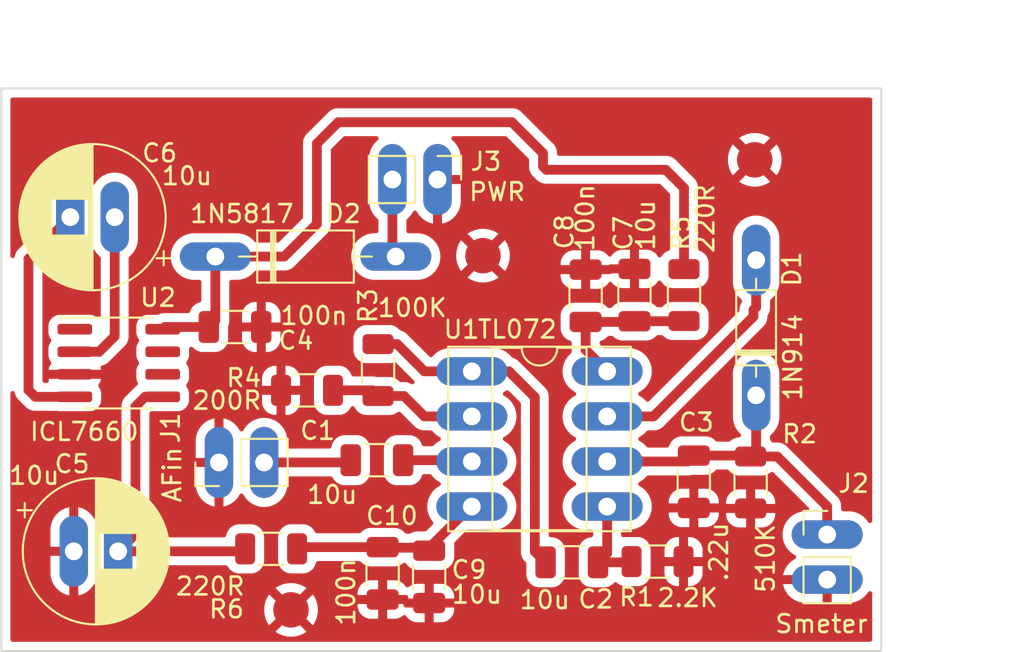
<source format=kicad_pcb>
(kicad_pcb (version 20211014) (generator pcbnew)
  (layers (0 "F.Cu" signal) (31 "B.Cu" signal) (34 "B.Paste" user) (35 "F.Paste" user) (36 "B.SilkS" user "B.Silkscreen") (37 "F.SilkS" user "F.Silkscreen") (38 "B.Mask" user) (39 "F.Mask" user) (44 "Edge.Cuts" user))
  (net 0 "")
  (net 1 "Net-(C1-Pad1)")
  (net 2 "Net-(C2-Pad1)")
  (net 3 "Net-(C2-Pad2)")
  (net 4 "Net-(C3-Pad1)")
  (net 5 "GND")
  (net 6 "Net-(C1-Pad2)")
  (net 7 "SM_12V")
  (net 8 "12V")
  (net 9 "-12V")
  (net 10 "Net-(R3-Pad1)")
  (net 11 "Net-(C6-Pad1)")
  (net 12 "Net-(C6-Pad2)")
  (net 13 "SM_N12V")
  (net 14 "Net-(D1-Pad2)")
  (net 15 "Net-(D2-Pad2)")
  (footprint "" (layer "F.Cu") (at 92.84 101.82)
    (fp_text reference "" hide)
    (fp_text value "" hide)
    (pad "1" smd circle (at 0 0 270) (size 2 2) (layers "F.Cu" "F.Paste" "F.Mask") (net 5 "GND"))
  )
  (footprint "Resistor_SMD:R_1206_3216Metric" (layer "F.Cu") (at 104.16 104.04 -90)
    (fp_text reference "R5" (at -3.49 0.17 -90) (layer "F.SilkS"))
    (fp_text value "220R" (at -4.31 -1.19 -90) (layer "F.SilkS"))
    (fp_line (start -0.727064 -0.91) (end 0.727064 -0.91) (layer "F.SilkS") (width 0.12))
    (fp_line (start -0.727064 0.91) (end 0.727064 0.91) (layer "F.SilkS") (width 0.12))
    (pad "1" smd roundrect (at -1.4625 0 270) (size 1.125 1.75) (layers "F.Cu" "F.Paste" "F.Mask") (roundrect_rratio 0.2222222222) (net 8 "12V"))
    (pad "2" smd roundrect (at 1.4625 0 270) (size 1.125 1.75) (layers "F.Cu" "F.Paste" "F.Mask") (roundrect_rratio 0.2222222222) (net 7 "SM_12V"))
  )
  (footprint "Diode_THT:D_DO-35_SOD27_P7.62mm_Horizontal" (layer "F.Cu") (at 108.22 109.69 90)
    (fp_text reference "D1" (at 7.12 2.01 90) (layer "F.SilkS"))
    (fp_text value "1N914" (at 2.14 2.07 90) (layer "F.SilkS"))
    (fp_line (start 6.58 0) (end 5.93 0) (layer "F.SilkS") (width 0.12))
    (fp_line (start 5.93 1.12) (end 5.93 -1.12) (layer "F.SilkS") (width 0.12))
    (fp_line (start 1.69 -1.12) (end 1.69 1.12) (layer "F.SilkS") (width 0.12))
    (fp_line (start 5.93 -1.12) (end 1.69 -1.12) (layer "F.SilkS") (width 0.12))
    (fp_line (start 1.04 0) (end 1.69 0) (layer "F.SilkS") (width 0.12))
    (fp_line (start 2.53 -1.12) (end 2.53 1.12) (layer "F.SilkS") (width 0.12))
    (fp_line (start 1.69 1.12) (end 5.93 1.12) (layer "F.SilkS") (width 0.12))
    (fp_line (start 2.41 -1.12) (end 2.41 1.12) (layer "F.SilkS") (width 0.12))
    (fp_line (start 2.29 -1.12) (end 2.29 1.12) (layer "F.SilkS") (width 0.12))
    (pad "1" thru_hole oval (at 0 0 90) (size 4 1.6) (drill 1) (layers *.Cu *.Mask) (net 4 "Net-(C3-Pad1)"))
    (pad "2" thru_hole oval (at 7.62 0 90) (size 4 1.6) (drill 1) (layers *.Cu *.Mask) (net 14 "Net-(D1-Pad2)"))
  )
  (footprint "Resistor_SMD:R_1206_3216Metric" (layer "F.Cu") (at 82.931 109.4085 180)
    (fp_text reference "R4" (at 3.556 0.6965) (layer "F.SilkS"))
    (fp_text value "200R" (at 4.5085 -0.5735) (layer "F.SilkS"))
    (fp_line (start -0.727064 0.91) (end 0.727064 0.91) (layer "F.SilkS") (width 0.12))
    (fp_line (start -0.727064 -0.91) (end 0.727064 -0.91) (layer "F.SilkS") (width 0.12))
    (pad "1" smd roundrect (at -1.4625 0 180) (size 1.125 1.75) (layers "F.Cu" "F.Paste" "F.Mask") (roundrect_rratio 0.2222222222) (net 10 "Net-(R3-Pad1)"))
    (pad "2" smd roundrect (at 1.4625 0 180) (size 1.125 1.75) (layers "F.Cu" "F.Paste" "F.Mask") (roundrect_rratio 0.2222222222) (net 5 "GND"))
  )
  (footprint "Connector_PinHeader_2.54mm:PinHeader_1x02_P2.54mm_Vertical" (layer "F.Cu") (at 112.22 117.535)
    (fp_text reference "J2" (at 1.49 -2.875) (layer "F.SilkS"))
    (fp_text value "Smeter" (at -0.32 5.035 180) (layer "F.SilkS"))
    (fp_line (start -1.33 1.27) (end -1.33 3.87) (layer "F.SilkS") (width 0.12))
    (fp_line (start 1.33 1.27) (end 1.33 3.87) (layer "F.SilkS") (width 0.12))
    (fp_line (start -1.33 -1.33) (end 0 -1.33) (layer "F.SilkS") (width 0.12))
    (fp_line (start -1.33 0) (end -1.33 -1.33) (layer "F.SilkS") (width 0.12))
    (fp_line (start -1.33 3.87) (end 1.33 3.87) (layer "F.SilkS") (width 0.12))
    (fp_line (start -1.33 1.27) (end 1.33 1.27) (layer "F.SilkS") (width 0.12))
    (pad "1" thru_hole oval (at 0 0) (size 4 1.6) (drill 1) (layers *.Cu *.Mask) (net 4 "Net-(C3-Pad1)"))
    (pad "2" thru_hole oval (at 0 2.54) (size 4 1.6) (drill 1) (layers *.Cu *.Mask) (net 5 "GND"))
  )
  (footprint "Resistor_SMD:R_1206_3216Metric" (layer "F.Cu") (at 102.67 119.06 180)
    (fp_text reference "R1" (at 1.18 -2 180) (layer "F.SilkS"))
    (fp_text value "2.2K" (at -1.69 -2.04 180) (layer "F.SilkS"))
    (fp_line (start -0.727064 0.91) (end 0.727064 0.91) (layer "F.SilkS") (width 0.12))
    (fp_line (start -0.727064 -0.91) (end 0.727064 -0.91) (layer "F.SilkS") (width 0.12))
    (pad "1" smd roundrect (at -1.4625 0 180) (size 1.125 1.75) (layers "F.Cu" "F.Paste" "F.Mask") (roundrect_rratio 0.2222222222) (net 5 "GND"))
    (pad "2" smd roundrect (at 1.4625 0 180) (size 1.125 1.75) (layers "F.Cu" "F.Paste" "F.Mask") (roundrect_rratio 0.2222222222) (net 3 "Net-(C2-Pad2)"))
  )
  (footprint "Capacitor_SMD:C_1206_3216Metric" (layer "F.Cu") (at 87.19 119.72 -90)
    (fp_text reference "C10" (at -3.24 -0.52) (layer "F.SilkS"))
    (fp_text value "100n" (at 1.06 2.06 -90) (layer "F.SilkS"))
    (fp_line (start -0.711252 -0.91) (end 0.711252 -0.91) (layer "F.SilkS") (width 0.12))
    (fp_line (start -0.711252 0.91) (end 0.711252 0.91) (layer "F.SilkS") (width 0.12))
    (pad "1" smd roundrect (at -1.475 0 270) (size 1.15 1.8) (layers "F.Cu" "F.Paste" "F.Mask") (roundrect_rratio 0.2173913043) (net 13 "SM_N12V"))
    (pad "2" smd roundrect (at 1.475 0 270) (size 1.15 1.8) (layers "F.Cu" "F.Paste" "F.Mask") (roundrect_rratio 0.2173913043) (net 5 "GND"))
  )
  (footprint "Capacitor_SMD:C_1206_3216Metric" (layer "F.Cu") (at 104.71 114.56 -90)
    (fp_text reference "C3" (at -3.35 -0.14 180) (layer "F.SilkS"))
    (fp_text value ".22u" (at 3.95 -1.41 90) (layer "F.SilkS"))
    (fp_line (start -0.711252 -0.91) (end 0.711252 -0.91) (layer "F.SilkS") (width 0.12))
    (fp_line (start -0.711252 0.91) (end 0.711252 0.91) (layer "F.SilkS") (width 0.12))
    (pad "1" smd roundrect (at -1.475 0 270) (size 1.15 1.8) (layers "F.Cu" "F.Paste" "F.Mask") (roundrect_rratio 0.2173913043) (net 4 "Net-(C3-Pad1)"))
    (pad "2" smd roundrect (at 1.475 0 270) (size 1.15 1.8) (layers "F.Cu" "F.Paste" "F.Mask") (roundrect_rratio 0.2173913043) (net 5 "GND"))
  )
  (footprint "Capacitor_SMD:C_1206_3216Metric" (layer "F.Cu") (at 101.37 104.04 90)
    (fp_text reference "C7" (at 3.4925 -0.635 90) (layer "F.SilkS"))
    (fp_text value "10u" (at 3.937 0.635 90) (layer "F.SilkS"))
    (fp_line (start -0.711252 -0.91) (end 0.711252 -0.91) (layer "F.SilkS") (width 0.12))
    (fp_line (start -0.711252 0.91) (end 0.711252 0.91) (layer "F.SilkS") (width 0.12))
    (pad "1" smd roundrect (at -1.475 0 90) (size 1.15 1.8) (layers "F.Cu" "F.Paste" "F.Mask") (roundrect_rratio 0.2173913043) (net 7 "SM_12V"))
    (pad "2" smd roundrect (at 1.475 0 90) (size 1.15 1.8) (layers "F.Cu" "F.Paste" "F.Mask") (roundrect_rratio 0.2173913043) (net 5 "GND"))
  )
  (footprint "Capacitor_SMD:C_1206_3216Metric" (layer "F.Cu") (at 98.62 104.08 90)
    (fp_text reference "C8" (at 3.5995 -1.2015 90) (layer "F.SilkS"))
    (fp_text value "100n" (at 4.3995 -0.0315 90) (layer "F.SilkS"))
    (fp_line (start -0.711252 0.91) (end 0.711252 0.91) (layer "F.SilkS") (width 0.12))
    (fp_line (start -0.711252 -0.91) (end 0.711252 -0.91) (layer "F.SilkS") (width 0.12))
    (pad "1" smd roundrect (at -1.475 0 90) (size 1.15 1.8) (layers "F.Cu" "F.Paste" "F.Mask") (roundrect_rratio 0.2173913043) (net 7 "SM_12V"))
    (pad "2" smd roundrect (at 1.475 0 90) (size 1.15 1.8) (layers "F.Cu" "F.Paste" "F.Mask") (roundrect_rratio 0.2173913043) (net 5 "GND"))
  )
  (footprint "Connector_PinHeader_2.54mm:PinHeader_1x02_P2.54mm_Vertical" (layer "F.Cu") (at 77.973 113.4725 90)
    (fp_text reference "J1" (at 1.9425 -2.723 270) (layer "F.SilkS"))
    (fp_text value "AFin" (at -0.6875 -2.633 270) (layer "F.SilkS"))
    (fp_line (start -1.33 0) (end -1.33 -1.33) (layer "F.SilkS") (width 0.12))
    (fp_line (start 1.33 1.27) (end 1.33 3.87) (layer "F.SilkS") (width 0.12))
    (fp_line (start -1.33 1.27) (end -1.33 3.87) (layer "F.SilkS") (width 0.12))
    (fp_line (start -1.33 -1.33) (end 0 -1.33) (layer "F.SilkS") (width 0.12))
    (fp_line (start -1.33 3.87) (end 1.33 3.87) (layer "F.SilkS") (width 0.12))
    (fp_line (start -1.33 1.27) (end 1.33 1.27) (layer "F.SilkS") (width 0.12))
    (pad "1" thru_hole oval (at 0 0 90) (size 4 1.6) (drill 1) (layers *.Cu *.Mask) (net 5 "GND"))
    (pad "2" thru_hole oval (at 0 2.54 90) (size 4 1.6) (drill 1) (layers *.Cu *.Mask) (net 1 "Net-(C1-Pad1)"))
  )
  (footprint "Package_DIP:DIP-8_W7.62mm_Socket" (layer "F.Cu") (at 92.212 108.339)
    (fp_text reference "U1" (at -0.5815 -2.3575) (layer "F.SilkS"))
    (fp_text value "TL072" (at 2.558 -2.369) (layer "F.SilkS"))
    (fp_line (start 1.16 8.95) (end 6.46 8.95) (layer "F.SilkS") (width 0.12))
    (fp_line (start -1.33 9.01) (end 8.95 9.01) (layer "F.SilkS") (width 0.12))
    (fp_line (start 2.81 -1.33) (end 1.16 -1.33) (layer "F.SilkS") (width 0.12))
    (fp_line (start 8.95 9.01) (end 8.95 -1.39) (layer "F.SilkS") (width 0.12))
    (fp_line (start 8.95 -1.39) (end -1.33 -1.39) (layer "F.SilkS") (width 0.12))
    (fp_line (start 6.46 8.95) (end 6.46 -1.33) (layer "F.SilkS") (width 0.12))
    (fp_line (start 6.46 -1.33) (end 4.81 -1.33) (layer "F.SilkS") (width 0.12))
    (fp_line (start 1.16 -1.33) (end 1.16 8.95) (layer "F.SilkS") (width 0.12))
    (fp_line (start -1.33 -1.39) (end -1.33 9.01) (layer "F.SilkS") (width 0.12))
    (fp_arc (start 4.81 -1.33) (mid 3.81 -0.33) (end 2.81 -1.33) (layer "F.SilkS") (width 0.12))
    (pad "1" thru_hole oval (at 0 0) (size 4 1.6) (drill 1) (layers *.Cu *.Mask) (net 2 "Net-(C2-Pad1)"))
    (pad "2" thru_hole oval (at 0 2.54) (size 4 1.6) (drill 1) (layers *.Cu *.Mask) (net 10 "Net-(R3-Pad1)"))
    (pad "3" thru_hole oval (at 0 5.08) (size 4 1.6) (drill 1) (layers *.Cu *.Mask) (net 6 "Net-(C1-Pad2)"))
    (pad "4" thru_hole oval (at 0 7.62) (size 4 1.6) (drill 1) (layers *.Cu *.Mask) (net 13 "SM_N12V"))
    (pad "5" thru_hole oval (at 7.62 7.62) (size 4 1.6) (drill 1) (layers *.Cu *.Mask) (net 3 "Net-(C2-Pad2)"))
    (pad "6" thru_hole oval (at 7.62 5.08) (size 4 1.6) (drill 1) (layers *.Cu *.Mask) (net 4 "Net-(C3-Pad1)"))
    (pad "7" thru_hole oval (at 7.62 2.54) (size 4 1.6) (drill 1) (layers *.Cu *.Mask) (net 14 "Net-(D1-Pad2)"))
    (pad "8" thru_hole oval (at 7.62 0) (size 4 1.6) (drill 1) (layers *.Cu *.Mask) (net 7 "SM_12V"))
  )
  (footprint "" (layer "F.Cu") (at 82.03 121.78)
    (fp_text reference "" hide)
    (fp_text value "" hide)
    (pad "1" smd circle (at 0 0 270) (size 2 2) (layers "F.Cu" "F.Paste" "F.Mask") (net 5 "GND"))
  )
  (footprint "Package_SO:SOIC-8_3.9x4.9mm_P1.27mm" (layer "F.Cu") (at 72.33 107.87)
    (fp_text reference "U2" (at 2.21 -3.69 180) (layer "F.SilkS"))
    (fp_text value "ICL7660" (at -1.94 3.87 180) (layer "F.SilkS"))
    (fp_line (start 0 2.56) (end -1.95 2.56) (layer "F.SilkS") (width 0.12))
    (fp_line (start 0 2.56) (end 1.95 2.56) (layer "F.SilkS") (width 0.12))
    (fp_line (start 0 -2.56) (end -3.45 -2.56) (layer "F.SilkS") (width 0.12))
    (fp_line (start 0 -2.56) (end 1.95 -2.56) (layer "F.SilkS") (width 0.12))
    (pad "1" smd roundrect (at -2.475 -1.905) (size 1.95 0.6) (layers "F.Cu" "F.Paste" "F.Mask"))
    (pad "2" smd roundrect (at -2.475 -0.635) (size 1.95 0.6) (layers "F.Cu" "F.Paste" "F.Mask") (net 11 "Net-(C6-Pad1)"))
    (pad "3" smd roundrect (at -2.475 0.635) (size 1.95 0.6) (layers "F.Cu" "F.Paste" "F.Mask") (net 5 "GND"))
    (pad "4" smd roundrect (at -2.475 1.905) (size 1.95 0.6) (layers "F.Cu" "F.Paste" "F.Mask") (net 12 "Net-(C6-Pad2)"))
    (pad "5" smd roundrect (at 2.475 1.905) (size 1.95 0.6) (layers "F.Cu" "F.Paste" "F.Mask") (net 9 "-12V"))
    (pad "6" smd roundrect (at 2.475 0.635) (size 1.95 0.6) (layers "F.Cu" "F.Paste" "F.Mask"))
    (pad "7" smd roundrect (at 2.475 -0.635) (size 1.95 0.6) (layers "F.Cu" "F.Paste" "F.Mask"))
    (pad "8" smd roundrect (at 2.475 -1.905) (size 1.95 0.6) (layers "F.Cu" "F.Paste" "F.Mask") (net 8 "12V"))
  )
  (footprint "Diode_THT:D_DO-41_SOD81_P10.16mm_Horizontal" (layer "F.Cu") (at 77.77 101.87)
    (fp_text reference "D2" (at 7.21 -2.41) (layer "F.SilkS"))
    (fp_text value "1N5817" (at 1.5 -2.41) (layer "F.SilkS"))
    (fp_line (start 7.8 -1.47) (end 2.36 -1.47) (layer "F.SilkS") (width 0.12))
    (fp_line (start 1.34 0) (end 2.36 0) (layer "F.SilkS") (width 0.12))
    (fp_line (start 8.82 0) (end 7.8 0) (layer "F.SilkS") (width 0.12))
    (fp_line (start 3.14 -1.47) (end 3.14 1.47) (layer "F.SilkS") (width 0.12))
    (fp_line (start 2.36 1.47) (end 7.8 1.47) (layer "F.SilkS") (width 0.12))
    (fp_line (start 3.26 -1.47) (end 3.26 1.47) (layer "F.SilkS") (width 0.12))
    (fp_line (start 2.36 -1.47) (end 2.36 1.47) (layer "F.SilkS") (width 0.12))
    (fp_line (start 3.38 -1.47) (end 3.38 1.47) (layer "F.SilkS") (width 0.12))
    (fp_line (start 7.8 1.47) (end 7.8 -1.47) (layer "F.SilkS") (width 0.12))
    (pad "1" thru_hole oval (at 0 0) (size 4 1.6) (drill 1) (layers *.Cu *.Mask) (net 8 "12V"))
    (pad "2" thru_hole oval (at 10.16 0) (size 4 1.6) (drill 1) (layers *.Cu *.Mask) (net 15 "Net-(D2-Pad2)"))
  )
  (footprint "Capacitor_THT:CP_Radial_D8.0mm_P2.50mm" (layer "F.Cu") (at 69.797349 118.48)
    (fp_text reference "C5" (at -0.097349 -4.92 180) (layer "F.SilkS"))
    (fp_text value "10u" (at -2.227349 -4.27 180) (layer "F.SilkS"))
    (fp_line (start 2.451 -3.902) (end 2.451 -1.04) (layer "F.SilkS") (width 0.12))
    (fp_line (start 2.571 1.04) (end 2.571 3.863) (layer "F.SilkS") (width 0.12))
    (fp_line (start 3.171 -3.606) (end 3.171 -1.04) (layer "F.SilkS") (width 0.12))
    (fp_line (start 3.051 1.04) (end 3.051 3.666) (layer "F.SilkS") (width 0.12))
    (fp_line (start 3.011 1.04) (end 3.011 3.686) (layer "F.SilkS") (width 0.12))
    (fp_line (start 3.171 1.04) (end 3.171 3.606) (layer "F.SilkS") (width 0.12))
    (fp_line (start 1.53 1.04) (end 1.53 4.071) (layer "F.SilkS") (width 0.12))
    (fp_line (start 2.971 -3.704) (end 2.971 -1.04) (layer "F.SilkS") (width 0.12))
    (fp_line (start 2.331 1.04) (end 2.331 3.936) (layer "F.SilkS") (width 0.12))
    (fp_line (start 1.89 -4.03) (end 1.89 -1.04) (layer "F.SilkS") (width 0.12))
    (fp_line (start 1.45 -4.076) (end 1.45 4.076) (layer "F.SilkS") (width 0.12))
    (fp_line (start 3.371 -3.493) (end 3.371 -1.04) (layer "F.SilkS") (width 0.12))
    (fp_line (start 3.251 1.04) (end 3.251 3.562) (layer "F.SilkS") (width 0.12))
    (fp_line (start 3.411 -3.469) (end 3.411 -1.04) (layer "F.SilkS") (width 0.12))
    (fp_line (start 2.091 -3.994) (end 2.091 -1.04) (layer "F.SilkS") (width 0.12))
    (fp_line (start 3.331 1.04) (end 3.331 3.517) (layer "F.SilkS") (width 0.12))
    (fp_line (start 4.331 -2.697) (end 4.331 2.697) (layer "F.SilkS") (width 0.12))
    (fp_line (start 2.811 1.04) (end 2.811 3.774) (layer "F.SilkS") (width 0.12))
    (fp_line (start 2.411 -3.914) (end 2.411 -1.04) (layer "F.SilkS") (width 0.12))
    (fp_line (start 2.171 1.04) (end 2.171 3.976) (layer "F.SilkS") (width 0.12))
    (fp_line (start 2.091 1.04) (end 2.091 3.994) (layer "F.SilkS") (width 0.12))
    (fp_line (start 3.531 -3.392) (end 3.531 -1.04) (layer "F.SilkS") (width 0.12))
    (fp_line (start 2.491 -3.889) (end 2.491 -1.04) (layer "F.SilkS") (width 0.12))
    (fp_line (start 2.211 1.04) (end 2.211 3.967) (layer "F.SilkS") (width 0.12))
    (fp_line (start 4.611 -2.345) (end 4.611 2.345) (layer "F.SilkS") (width 0.12))
    (fp_line (start 3.451 1.04) (end 3.451 3.444) (layer "F.SilkS") (width 0.12))
    (fp_line (start 1.37 -4.079) (end 1.37 4.079) (layer "F.SilkS") (width 0.12))
    (fp_line (start 2.211 -3.967) (end 2.211 -1.04) (layer "F.SilkS") (width 0.12))
    (fp_line (start 1.93 -4.024) (end 1.93 -1.04) (layer "F.SilkS") (width 0.12))
    (fp_line (start 2.611 1.04) (end 2.611 3.85) (layer "F.SilkS") (width 0.12))
    (fp_line (start 3.331 -3.517) (end 3.331 -1.04) (layer "F.SilkS") (width 0.12))
    (fp_line (start 5.211 -1.098) (end 5.211 1.098) (layer "F.SilkS") (width 0.12))
    (fp_line (start 5.331 -0.533) (end 5.331 0.533) (layer "F.SilkS") (width 0.12))
    (fp_line (start 4.771 -2.102) (end 4.771 2.102) (layer "F.SilkS") (width 0.12))
    (fp_line (start 2.131 -3.985) (end 2.131 -1.04) (layer "F.SilkS") (width 0.12))
    (fp_line (start 2.851 1.04) (end 2.851 3.757) (layer "F.SilkS") (width 0.12))
    (fp_line (start 2.731 1.04) (end 2.731 3.805) (layer "F.SilkS") (width 0.12))
    (fp_line (start 5.171 -1.229) (end 5.171 1.229) (layer "F.SilkS") (width 0.12))
    (fp_line (start 1.65 -4.061) (end 1.65 -1.04) (layer "F.SilkS") (width 0.12))
    (fp_line (start 4.251 -2.784) (end 4.251 2.784) (layer "F.SilkS") (width 0.12))
    (fp_line (start 2.691 1.04) (end 2.691 3.821) (layer "F.SilkS") (width 0.12))
    (fp_line (start 3.531 1.04) (end 3.531 3.392) (layer "F.SilkS") (width 0.12))
    (fp_line (start 1.971 -4.017) (end 1.971 -1.04) (layer "F.SilkS") (width 0.12))
    (fp_line (start 5.291 -0.768) (end 5.291 0.768) (layer "F.SilkS") (width 0.12))
    (fp_line (start 1.85 1.04) (end 1.85 4.037) (layer "F.SilkS") (width 0.12))
    (fp_line (start 1.93 1.04) (end 1.93 4.024) (layer "F.SilkS") (width 0.12))
    (fp_line (start 2.891 -3.74) (end 2.891 -1.04) (layer "F.SilkS") (width 0.12))
    (fp_line (start 1.65 1.04) (end 1.65 4.061) (layer "F.SilkS") (width 0.12))
    (fp_line (start 1.57 1.04) (end 1.57 4.068) (layer "F.SilkS") (width 0.12))
    (fp_line (start 2.771 -3.79) (end 2.771 -1.04) (layer "F.SilkS") (width 0.12))
    (fp_line (start 3.291 -3.54) (end 3.291 -1.04) (layer "F.SilkS") (width 0.12))
    (fp_line (start 1.85 -4.037) (end 1.85 -1.04) (layer "F.SilkS") (width 0.12))
    (fp_line (start 3.731 -3.25) (end 3.731 3.25) (layer "F.SilkS") (width 0.12))
    (fp_line (start 4.931 -1.813) (end 4.931 1.813) (layer "F.SilkS") (width 0.12))
    (fp_line (start 1.61 1.04) (end 1.61 4.065) (layer "F.SilkS") (width 0.12))
    (fp_line (start 2.011 -4.01) (end 2.011 -1.04) (layer "F.SilkS") (width 0.12))
    (fp_line (start 2.411 1.04) (end 2.411 3.914) (layer "F.SilkS") (width 0.12))
    (fp_line (start 1.53 -4.071) (end 1.53 -1.04) (layer "F.SilkS") (width 0.12))
    (fp_line (start 1.61 -4.065) (end 1.61 -1.04) (layer "F.SilkS") (width 0.12))
    (fp_line (start 2.291 1.04) (end 2.291 3.947) (layer "F.SilkS") (width 0.12))
    (fp_line (start 1.81 1.04) (end 1.81 4.042) (layer "F.SilkS") (width 0.12))
    (fp_line (start 4.091 -2.945) (end 4.091 2.945) (layer "F.SilkS") (width 0.12))
    (fp_line (start 1.69 1.04) (end 1.69 4.057) (layer "F.SilkS") (width 0.12))
    (fp_line (start 1.49 -4.074) (end 1.49 -1.04) (layer "F.SilkS") (width 0.12))
    (fp_line (start 3.691 -3.28) (end 3.691 3.28) (layer "F.SilkS") (width 0.12))
    (fp_line (start 1.77 1.04) (end 1.77 4.048) (layer "F.SilkS") (width 0.12))
    (fp_line (start 1.41 -4.077) (end 1.41 4.077) (layer "F.SilkS") (width 0.12))
    (fp_line (start 4.451 -2.556) (end 4.451 2.556) (layer "F.SilkS") (width 0.12))
    (fp_line (start 2.651 1.04) (end 2.651 3.835) (layer "F.SilkS") (width 0.12))
    (fp_line (start 2.571 -3.863) (end 2.571 -1.04) (layer "F.SilkS") (width 0.12))
    (fp_line (start 2.451 1.04) (end 2.451 3.902) (layer "F.SilkS") (width 0.12))
    (fp_line (start 4.691 -2.228) (end 4.691 2.228) (layer "F.SilkS") (width 0.12))
    (fp_line (start 5.051 -1.552) (end 5.051 1.552) (layer "F.SilkS") (width 0.12))
    (fp_line (start 4.651 -2.287) (end 4.651 2.287) (layer "F.SilkS") (width 0.12))
    (fp_line (start 2.531 1.04) (end 2.531 3.877) (layer "F.SilkS") (width 0.12))
    (fp_line (start 2.051 -4.002) (end 2.051 -1.04) (layer "F.SilkS") (width 0.12))
    (fp_line (start 3.451 -3.444) (end 3.451 -1.04) (layer "F.SilkS") (width 0.12))
    (fp_line (start 4.051 -2.983) (end 4.051 2.983) (layer "F.SilkS") (width 0.12))
    (fp_line (start 3.491 1.04) (end 3.491 3.418) (layer "F.SilkS") (width 0.12))
    (fp_line (start 4.971 -1.731) (end 4.971 1.731) (layer "F.SilkS") (width 0.12))
    (fp_line (start 2.931 1.04) (end 2.931 3.722) (layer "F.SilkS") (width 0.12))
    (fp_line (start 3.971 -3.055) (end 3.971 3.055) (layer "F.SilkS") (width 0.12))
    (fp_line (start 5.011 -1.645) (end 5.011 1.645) (layer "F.SilkS") (width 0.12))
    (fp_line (start 3.771 -3.22) (end 3.771 3.22) (layer "F.SilkS") (width 0.12))
    (fp_line (start 2.651 -3.835) (end 2.651 -1.04) (layer "F.SilkS") (width 0.12))
    (fp_line (start 4.411 -2.604) (end 4.411 2.604) (layer "F.SilkS") (width 0.12))
    (fp_line (start 2.491 1.04) (end 2.491 3.889) (layer "F.SilkS") (width 0.12))
    (fp_line (start 2.611 -3.85) (end 2.611 -1.04) (layer "F.SilkS") (width 0.12))
    (fp_line (start 1.81 -4.042) (end 1.81 -1.04) (layer "F.SilkS") (width 0.12))
    (fp_line (start 3.011 -3.686) (end 3.011 -1.04) (layer "F.SilkS") (width 0.12))
    (fp_line (start -2.759698 -2.715) (end -2.759698 -1.915) (layer "F.SilkS") (width 0.12))
    (fp_line (start 3.131 -3.627) (end 3.131 -1.04) (layer "F.SilkS") (width 0.12))
    (fp_line (start 1.89 1.04) (end 1.89 4.03) (layer "F.SilkS") (width 0.12))
    (fp_line (start 4.891 -1.89) (end 4.891 1.89) (layer "F.SilkS") (width 0.12))
    (fp_line (start 1.29 -4.08) (end 1.29 4.08) (layer "F.SilkS") (width 0.12))
    (fp_line (start 2.331 -3.936) (end 2.331 -1.04) (layer "F.SilkS") (width 0.12))
    (fp_line (start 4.131 -2.907) (end 4.131 2.907) (layer "F.SilkS") (width 0.12))
    (fp_line (start 5.091 -1.453) (end 5.091 1.453) (layer "F.SilkS") (width 0.12))
    (fp_line (start 2.291 -3.947) (end 2.291 -1.04) (layer "F.SilkS") (width 0.12))
    (fp_line (start 1.49 1.04) (end 1.49 4.074) (layer "F.SilkS") (width 0.12))
    (fp_line (start 5.251 -0.948) (end 5.251 0.948) (layer "F.SilkS") (width 0.12))
    (fp_line (start 3.651 -3.309) (end 3.651 3.309) (layer "F.SilkS") (width 0.12))
    (fp_line (start 3.891 -3.124) (end 3.891 3.124) (layer "F.SilkS") (width 0.12))
    (fp_line (start 2.371 1.04) (end 2.371 3.925) (layer "F.SilkS") (width 0.12))
    (fp_line (start 2.131 1.04) (end 2.131 3.985) (layer "F.SilkS") (width 0.12))
    (fp_line (start 3.851 -3.156) (end 3.851 3.156) (layer "F.SilkS") (width 0.12))
    (fp_line (start 1.73 -4.052) (end 1.73 -1.04) (layer "F.SilkS") (width 0.12))
    (fp_line (start 4.211 -2.826) (end 4.211 2.826) (layer "F.SilkS") (width 0.12))
    (fp_line (start 3.371 1.04) (end 3.371 3.493) (layer "F.SilkS") (width 0.12))
    (fp_line (start 2.051 1.04) (end 2.051 4.002) (layer "F.SilkS") (width 0.12))
    (fp_line (start 3.051 -3.666) (end 3.051 -1.04) (layer "F.SilkS") (width 0.12))
    (fp_line (start 4.011 -3.019) (end 4.011 3.019) (layer "F.SilkS") (width 0.12))
    (fp_line (start 3.091 -3.647) (end 3.091 -1.04) (layer "F.SilkS") (width 0.12))
    (fp_line (start 4.531 -2.454) (end 4.531 2.454) (layer "F.SilkS") (width 0.12))
    (fp_line (start 3.611 -3.338) (end 3.611 3.338) (layer "F.SilkS") (width 0.12))
    (fp_line (start 3.811 -3.189) (end 3.811 3.189) (layer "F.SilkS") (width 0.12))
    (fp_line (start 2.811 -3.774) (end 2.811 -1.04) (layer "F.SilkS") (width 0.12))
    (fp_line (start 3.131 1.04) (end 3.131 3.627) (layer "F.SilkS") (width 0.12))
    (fp_line (start 5.131 -1.346) (end 5.131 1.346) (layer "F.SilkS") (width 0.12))
    (fp_line (start 4.811 -2.034) (end 4.811 2.034) (layer "F.SilkS") (width 0.12))
    (fp_line (start 3.411 1.04) (end 3.411 3.469) (layer "F.SilkS") (width 0.12))
    (fp_line (start 3.091 1.04) (end 3.091 3.647) (layer "F.SilkS") (width 0.12))
    (fp_line (start 2.531 -3.877) (end 2.531 -1.04) (layer "F.SilkS") (width 0.12))
    (fp_line (start -3.159698 -2.315) (end -2.359698 -2.315) (layer "F.SilkS") (width 0.12))
    (fp_line (start 3.491 -3.418) (end 3.491 -1.04) (layer "F.SilkS") (width 0.12))
    (fp_line (start 2.851 -3.757) (end 2.851 -1.04) (layer "F.SilkS") (width 0.12))
    (fp_line (start 3.251 -3.562) (end 3.251 -1.04) (layer "F.SilkS") (width 0.12))
    (fp_line (start 3.571 -3.365) (end 3.571 3.365) (layer "F.SilkS") (width 0.12))
    (fp_line (start 1.69 -4.057) (end 1.69 -1.04) (layer "F.SilkS") (width 0.12))
    (fp_line (start 2.371 -3.925) (end 2.371 -1.04) (layer "F.SilkS") (width 0.12))
    (fp_line (start 2.891 1.04) (end 2.891 3.74) (layer "F.SilkS") (width 0.12))
    (fp_line (start 2.771 1.04) (end 2.771 3.79) (layer "F.SilkS") (width 0.12))
    (fp_line (start 3.931 -3.09) (end 3.931 3.09) (layer "F.SilkS") (width 0.12))
    (fp_line (start 2.971 1.04) (end 2.971 3.704) (layer "F.SilkS") (width 0.12))
    (fp_line (start 1.971 1.04) (end 1.971 4.017) (layer "F.SilkS") (width 0.12))
    (fp_line (start 4.851 -1.964) (end 4.851 1.964) (layer "F.SilkS") (width 0.12))
    (fp_line (start 1.25 -4.08) (end 1.25 4.08) (layer "F.SilkS") (width 0.12))
    (fp_line (start 2.731 -3.805) (end 2.731 -1.04) (layer "F.SilkS") (width 0.12))
    (fp_line (start 2.011 1.04) (end 2.011 4.01) (layer "F.SilkS") (width 0.12))
    (fp_line (start 1.33 -4.08) (end 1.33 4.08) (layer "F.SilkS") (width 0.12))
    (fp_line (start 2.171 -3.976) (end 2.171 -1.04) (layer "F.SilkS") (width 0.12))
    (fp_line (start 4.571 -2.4) (end 4.571 2.4) (layer "F.SilkS") (width 0.12))
    (fp_line (start 4.171 -2.867) (end 4.171 2.867) (layer "F.SilkS") (width 0.12))
    (fp_line (start 2.691 -3.821) (end 2.691 -1.04) (layer "F.SilkS") (width 0.12))
    (fp_line (start 4.731 -2.166) (end 4.731 2.166) (layer "F.SilkS") (width 0.12))
    (fp_line (start 2.251 -3.957) (end 2.251 -1.04) (layer "F.SilkS") (width 0.12))
    (fp_line (start 3.291 1.04) (end 3.291 3.54) (layer "F.SilkS") (width 0.12))
    (fp_line (start 1.77 -4.048) (end 1.77 -1.04) (layer "F.SilkS") (width 0.12))
    (fp_line (start 1.73 1.04) (end 1.73 4.052) (layer "F.SilkS") (width 0.12))
    (fp_line (start 2.931 -3.722) (end 2.931 -1.04) (layer "F.SilkS") (width 0.12))
    (fp_line (start 4.491 -2.505) (end 4.491 2.505) (layer "F.SilkS") (width 0.12))
    (fp_line (start 4.291 -2.741) (end 4.291 2.741) (layer "F.SilkS") (width 0.12))
    (fp_line (start 3.211 -3.584) (end 3.211 -1.04) (layer "F.SilkS") (width 0.12))
    (fp_line (start 1.57 -4.068) (end 1.57 -1.04) (layer "F.SilkS") (width 0.12))
    (fp_line (start 4.371 -2.651) (end 4.371 2.651) (layer "F.SilkS") (width 0.12))
    (fp_line (start 2.251 1.04) (end 2.251 3.957) (layer "F.SilkS") (width 0.12))
    (fp_line (start 3.211 1.04) (end 3.211 3.584) (layer "F.SilkS") (width 0.12))
    (fp_circle (center 1.25 0) (end 5.37 0) (layer "F.SilkS") (width 0.12) (fill none))
    (pad "1" thru_hole oval (at 0 0) (size 1.6 4) (drill 1) (layers *.Cu *.Mask) (net 5 "GND"))
    (pad "2" thru_hole oval (at 2.5 0) (size 1.6 4) (drill 1) (layers *.Cu *.Mask) (net 9 "-12V"))
  )
  (footprint "Capacitor_THT:CP_Radial_D8.0mm_P2.50mm" (layer "F.Cu") (at 72.102651 99.65 180)
    (fp_text reference "C6" (at -2.53 3.61) (layer "F.SilkS"))
    (fp_text value "10u" (at -4.07 2.32) (layer "F.SilkS"))
    (fp_line (start 1.77 -4.048) (end 1.77 -1.04) (layer "F.SilkS") (width 0.12))
    (fp_line (start 3.131 1.04) (end 3.131 3.627) (layer "F.SilkS") (width 0.12))
    (fp_line (start 3.571 -3.365) (end 3.571 3.365) (layer "F.SilkS") (width 0.12))
    (fp_line (start 4.491 -2.505) (end 4.491 2.505) (layer "F.SilkS") (width 0.12))
    (fp_line (start 1.49 -4.074) (end 1.49 -1.04) (layer "F.SilkS") (width 0.12))
    (fp_line (start 5.171 -1.229) (end 5.171 1.229) (layer "F.SilkS") (width 0.12))
    (fp_line (start 3.011 -3.686) (end 3.011 -1.04) (layer "F.SilkS") (width 0.12))
    (fp_line (start 1.25 -4.08) (end 1.25 4.08) (layer "F.SilkS") (width 0.12))
    (fp_line (start 2.291 -3.947) (end 2.291 -1.04) (layer "F.SilkS") (width 0.12))
    (fp_line (start 2.211 1.04) (end 2.211 3.967) (layer "F.SilkS") (width 0.12))
    (fp_line (start 4.851 -1.964) (end 4.851 1.964) (layer "F.SilkS") (width 0.12))
    (fp_line (start 1.69 1.04) (end 1.69 4.057) (layer "F.SilkS") (width 0.12))
    (fp_line (start 2.931 -3.722) (end 2.931 -1.04) (layer "F.SilkS") (width 0.12))
    (fp_line (start 4.531 -2.454) (end 4.531 2.454) (layer "F.SilkS") (width 0.12))
    (fp_line (start 2.771 -3.79) (end 2.771 -1.04) (layer "F.SilkS") (width 0.12))
    (fp_line (start 1.971 1.04) (end 1.971 4.017) (layer "F.SilkS") (width 0.12))
    (fp_line (start 1.65 -4.061) (end 1.65 -1.04) (layer "F.SilkS") (width 0.12))
    (fp_line (start 2.491 1.04) (end 2.491 3.889) (layer "F.SilkS") (width 0.12))
    (fp_line (start 2.531 -3.877) (end 2.531 -1.04) (layer "F.SilkS") (width 0.12))
    (fp_line (start 3.331 1.04) (end 3.331 3.517) (layer "F.SilkS") (width 0.12))
    (fp_line (start 2.491 -3.889) (end 2.491 -1.04) (layer "F.SilkS") (width 0.12))
    (fp_line (start 4.291 -2.741) (end 4.291 2.741) (layer "F.SilkS") (width 0.12))
    (fp_line (start 2.611 1.04) (end 2.611 3.85) (layer "F.SilkS") (width 0.12))
    (fp_line (start 1.73 1.04) (end 1.73 4.052) (layer "F.SilkS") (width 0.12))
    (fp_line (start 2.651 -3.835) (end 2.651 -1.04) (layer "F.SilkS") (width 0.12))
    (fp_line (start 2.451 -3.902) (end 2.451 -1.04) (layer "F.SilkS") (width 0.12))
    (fp_line (start 2.011 -4.01) (end 2.011 -1.04) (layer "F.SilkS") (width 0.12))
    (fp_line (start 3.251 -3.562) (end 3.251 -1.04) (layer "F.SilkS") (width 0.12))
    (fp_line (start -3.159698 -2.315) (end -2.359698 -2.315) (layer "F.SilkS") (width 0.12))
    (fp_line (start 2.851 -3.757) (end 2.851 -1.04) (layer "F.SilkS") (width 0.12))
    (fp_line (start 1.61 -4.065) (end 1.61 -1.04) (layer "F.SilkS") (width 0.12))
    (fp_line (start 3.171 1.04) (end 3.171 3.606) (layer "F.SilkS") (width 0.12))
    (fp_line (start 2.691 1.04) (end 2.691 3.821) (layer "F.SilkS") (width 0.12))
    (fp_line (start 1.89 -4.03) (end 1.89 -1.04) (layer "F.SilkS") (width 0.12))
    (fp_line (start 1.53 1.04) (end 1.53 4.071) (layer "F.SilkS") (width 0.12))
    (fp_line (start 5.051 -1.552) (end 5.051 1.552) (layer "F.SilkS") (width 0.12))
    (fp_line (start 4.211 -2.826) (end 4.211 2.826) (layer "F.SilkS") (width 0.12))
    (fp_line (start -2.759698 -2.715) (end -2.759698 -1.915) (layer "F.SilkS") (width 0.12))
    (fp_line (start 2.411 -3.914) (end 2.411 -1.04) (layer "F.SilkS") (width 0.12))
    (fp_line (start 4.131 -2.907) (end 4.131 2.907) (layer "F.SilkS") (width 0.12))
    (fp_line (start 4.251 -2.784) (end 4.251 2.784) (layer "F.SilkS") (width 0.12))
    (fp_line (start 2.971 -3.704) (end 2.971 -1.04) (layer "F.SilkS") (width 0.12))
    (fp_line (start 1.89 1.04) (end 1.89 4.03) (layer "F.SilkS") (width 0.12))
    (fp_line (start 3.531 1.04) (end 3.531 3.392) (layer "F.SilkS") (width 0.12))
    (fp_line (start 2.251 1.04) (end 2.251 3.957) (layer "F.SilkS") (width 0.12))
    (fp_line (start 5.291 -0.768) (end 5.291 0.768) (layer "F.SilkS") (width 0.12))
    (fp_line (start 2.371 1.04) (end 2.371 3.925) (layer "F.SilkS") (width 0.12))
    (fp_line (start 3.931 -3.09) (end 3.931 3.09) (layer "F.SilkS") (width 0.12))
    (fp_line (start 1.49 1.04) (end 1.49 4.074) (layer "F.SilkS") (width 0.12))
    (fp_line (start 1.57 1.04) (end 1.57 4.068) (layer "F.SilkS") (width 0.12))
    (fp_line (start 2.451 1.04) (end 2.451 3.902) (layer "F.SilkS") (width 0.12))
    (fp_line (start 2.531 1.04) (end 2.531 3.877) (layer "F.SilkS") (width 0.12))
    (fp_line (start 4.611 -2.345) (end 4.611 2.345) (layer "F.SilkS") (width 0.12))
    (fp_line (start 3.291 -3.54) (end 3.291 -1.04) (layer "F.SilkS") (width 0.12))
    (fp_line (start 2.931 1.04) (end 2.931 3.722) (layer "F.SilkS") (width 0.12))
    (fp_line (start 4.451 -2.556) (end 4.451 2.556) (layer "F.SilkS") (width 0.12))
    (fp_line (start 1.45 -4.076) (end 1.45 4.076) (layer "F.SilkS") (width 0.12))
    (fp_line (start 2.851 1.04) (end 2.851 3.757) (layer "F.SilkS") (width 0.12))
    (fp_line (start 2.691 -3.821) (end 2.691 -1.04) (layer "F.SilkS") (width 0.12))
    (fp_line (start 2.411 1.04) (end 2.411 3.914) (layer "F.SilkS") (width 0.12))
    (fp_line (start 3.011 1.04) (end 3.011 3.686) (layer "F.SilkS") (width 0.12))
    (fp_line (start 3.131 -3.627) (end 3.131 -1.04) (layer "F.SilkS") (width 0.12))
    (fp_line (start 2.651 1.04) (end 2.651 3.835) (layer "F.SilkS") (width 0.12))
    (fp_line (start 3.171 -3.606) (end 3.171 -1.04) (layer "F.SilkS") (width 0.12))
    (fp_line (start 2.891 1.04) (end 2.891 3.74) (layer "F.SilkS") (width 0.12))
    (fp_line (start 2.611 -3.85) (end 2.611 -1.04) (layer "F.SilkS") (width 0.12))
    (fp_line (start 2.131 -3.985) (end 2.131 -1.04) (layer "F.SilkS") (width 0.12))
    (fp_line (start 3.971 -3.055) (end 3.971 3.055) (layer "F.SilkS") (width 0.12))
    (fp_line (start 3.771 -3.22) (end 3.771 3.22) (layer "F.SilkS") (width 0.12))
    (fp_line (start 4.891 -1.89) (end 4.891 1.89) (layer "F.SilkS") (width 0.12))
    (fp_line (start 5.011 -1.645) (end 5.011 1.645) (layer "F.SilkS") (width 0.12))
    (fp_line (start 3.331 -3.517) (end 3.331 -1.04) (layer "F.SilkS") (width 0.12))
    (fp_line (start 3.211 1.04) (end 3.211 3.584) (layer "F.SilkS") (width 0.12))
    (fp_line (start 1.85 1.04) (end 1.85 4.037) (layer "F.SilkS") (width 0.12))
    (fp_line (start 1.81 1.04) (end 1.81 4.042) (layer "F.SilkS") (width 0.12))
    (fp_line (start 4.931 -1.813) (end 4.931 1.813) (layer "F.SilkS") (width 0.12))
    (fp_line (start 2.571 1.04) (end 2.571 3.863) (layer "F.SilkS") (width 0.12))
    (fp_line (start 1.37 -4.079) (end 1.37 4.079) (layer "F.SilkS") (width 0.12))
    (fp_line (start 4.331 -2.697) (end 4.331 2.697) (layer "F.SilkS") (width 0.12))
    (fp_line (start 4.571 -2.4) (end 4.571 2.4) (layer "F.SilkS") (width 0.12))
    (fp_line (start 2.371 -3.925) (end 2.371 -1.04) (layer "F.SilkS") (width 0.12))
    (fp_line (start 2.891 -3.74) (end 2.891 -1.04) (layer "F.SilkS") (width 0.12))
    (fp_line (start 1.57 -4.068) (end 1.57 -1.04) (layer "F.SilkS") (width 0.12))
    (fp_line (start 1.77 1.04) (end 1.77 4.048) (layer "F.SilkS") (width 0.12))
    (fp_line (start 3.731 -3.25) (end 3.731 3.25) (layer "F.SilkS") (width 0.12))
    (fp_line (start 3.051 -3.666) (end 3.051 -1.04) (layer "F.SilkS") (width 0.12))
    (fp_line (start 1.65 1.04) (end 1.65 4.061) (layer "F.SilkS") (width 0.12))
    (fp_line (start 4.971 -1.731) (end 4.971 1.731) (layer "F.SilkS") (width 0.12))
    (fp_line (start 3.371 1.04) (end 3.371 3.493) (layer "F.SilkS") (width 0.12))
    (fp_line (start 2.971 1.04) (end 2.971 3.704) (layer "F.SilkS") (width 0.12))
    (fp_line (start 4.691 -2.228) (end 4.691 2.228) (layer "F.SilkS") (width 0.12))
    (fp_line (start 4.651 -2.287) (end 4.651 2.287) (layer "F.SilkS") (width 0.12))
    (fp_line (start 5.091 -1.453) (end 5.091 1.453) (layer "F.SilkS") (width 0.12))
    (fp_line (start 1.53 -4.071) (end 1.53 -1.04) (layer "F.SilkS") (width 0.12))
    (fp_line (start 2.091 -3.994) (end 2.091 -1.04) (layer "F.SilkS") (width 0.12))
    (fp_line (start 5.211 -1.098) (end 5.211 1.098) (layer "F.SilkS") (width 0.12))
    (fp_line (start 1.81 -4.042) (end 1.81 -1.04) (layer "F.SilkS") (width 0.12))
    (fp_line (start 2.731 1.04) (end 2.731 3.805) (layer "F.SilkS") (width 0.12))
    (fp_line (start 3.091 1.04) (end 3.091 3.647) (layer "F.SilkS") (width 0.12))
    (fp_line (start 2.091 1.04) (end 2.091 3.994) (layer "F.SilkS") (width 0.12))
    (fp_line (start 2.571 -3.863) (end 2.571 -1.04) (layer "F.SilkS") (width 0.12))
    (fp_line (start 4.411 -2.604) (end 4.411 2.604) (layer "F.SilkS") (width 0.12))
    (fp_line (start 1.61 1.04) (end 1.61 4.065) (layer "F.SilkS") (width 0.12))
    (fp_line (start 2.011 1.04) (end 2.011 4.01) (layer "F.SilkS") (width 0.12))
    (fp_line (start 4.011 -3.019) (end 4.011 3.019) (layer "F.SilkS") (width 0.12))
    (fp_line (start 1.73 -4.052) (end 1.73 -1.04) (layer "F.SilkS") (width 0.12))
    (fp_line (start 1.33 -4.08) (end 1.33 4.08) (layer "F.SilkS") (width 0.12))
    (fp_line (start 1.93 1.04) (end 1.93 4.024) (layer "F.SilkS") (width 0.12))
    (fp_line (start 3.891 -3.124) (end 3.891 3.124) (layer "F.SilkS") (width 0.12))
    (fp_line (start 2.331 1.04) (end 2.331 3.936) (layer "F.SilkS") (width 0.12))
    (fp_line (start 5.251 -0.948) (end 5.251 0.948) (layer "F.SilkS") (width 0.12))
    (fp_line (start 1.41 -4.077) (end 1.41 4.077) (layer "F.SilkS") (width 0.12))
    (fp_line (start 2.051 1.04) (end 2.051 4.002) (layer "F.SilkS") (width 0.12))
    (fp_line (start 1.69 -4.057) (end 1.69 -1.04) (layer "F.SilkS") (width 0.12))
    (fp_line (start 4.091 -2.945) (end 4.091 2.945) (layer "F.SilkS") (width 0.12))
    (fp_line (start 3.651 -3.309) (end 3.651 3.309) (layer "F.SilkS") (width 0.12))
    (fp_line (start 2.291 1.04) (end 2.291 3.947) (layer "F.SilkS") (width 0.12))
    (fp_line (start 4.771 -2.102) (end 4.771 2.102) (layer "F.SilkS") (width 0.12))
    (fp_line (start 3.491 1.04) (end 3.491 3.418) (layer "F.SilkS") (width 0.12))
    (fp_line (start 3.691 -3.28) (end 3.691 3.28) (layer "F.SilkS") (width 0.12))
    (fp_line (start 4.051 -2.983) (end 4.051 2.983) (layer "F.SilkS") (width 0.12))
    (fp_line (start 2.051 -4.002) (end 2.051 -1.04) (layer "F.SilkS") (width 0.12))
    (fp_line (start 2.211 -3.967) (end 2.211 -1.04) (layer "F.SilkS") (width 0.12))
    (fp_line (start 2.811 -3.774) (end 2.811 -1.04) (layer "F.SilkS") (width 0.12))
    (fp_line (start 3.451 1.04) (end 3.451 3.444) (layer "F.SilkS") (width 0.12))
    (fp_line (start 2.331 -3.936) (end 2.331 -1.04) (layer "F.SilkS") (width 0.12))
    (fp_line (start 2.171 1.04) (end 2.171 3.976) (layer "F.SilkS") (width 0.12))
    (fp_line (start 1.93 -4.024) (end 1.93 -1.04) (layer "F.SilkS") (width 0.12))
    (fp_line (start 3.531 -3.392) (end 3.531 -1.04) (layer "F.SilkS") (width 0.12))
    (fp_line (start 3.051 1.04) (end 3.051 3.666) (layer "F.SilkS") (width 0.12))
    (fp_line (start 3.211 -3.584) (end 3.211 -1.04) (layer "F.SilkS") (width 0.12))
    (fp_line (start 2.251 -3.957) (end 2.251 -1.04) (layer "F.SilkS") (width 0.12))
    (fp_line (start 4.171 -2.867) (end 4.171 2.867) (layer "F.SilkS") (width 0.12))
    (fp_line (start 3.091 -3.647) (end 3.091 -1.04) (layer "F.SilkS") (width 0.12))
    (fp_line (start 2.811 1.04) (end 2.811 3.774) (layer "F.SilkS") (width 0.12))
    (fp_line (start 3.611 -3.338) (end 3.611 3.338) (layer "F.SilkS") (width 0.12))
    (fp_line (start 1.85 -4.037) (end 1.85 -1.04) (layer "F.SilkS") (width 0.12))
    (fp_line (start 3.411 1.04) (end 3.411 3.469) (layer "F.SilkS") (width 0.12))
    (fp_line (start 3.811 -3.189) (end 3.811 3.189) (layer "F.SilkS") (width 0.12))
    (fp_line (start 5.131 -1.346) (end 5.131 1.346) (layer "F.SilkS") (width 0.12))
    (fp_line (start 3.851 -3.156) (end 3.851 3.156) (layer "F.SilkS") (width 0.12))
    (fp_line (start 3.411 -3.469) (end 3.411 -1.04) (layer "F.SilkS") (width 0.12))
    (fp_line (start 2.731 -3.805) (end 2.731 -1.04) (layer "F.SilkS") (width 0.12))
    (fp_line (start 1.29 -4.08) (end 1.29 4.08) (layer "F.SilkS") (width 0.12))
    (fp_line (start 3.291 1.04) (end 3.291 3.54) (layer "F.SilkS") (width 0.12))
    (fp_line (start 3.451 -3.444) (end 3.451 -1.04) (layer "F.SilkS") (width 0.12))
    (fp_line (start 5.331 -0.533) (end 5.331 0.533) (layer "F.SilkS") (width 0.12))
    (fp_line (start 3.251 1.04) (end 3.251 3.562) (layer "F.SilkS") (width 0.12))
    (fp_line (start 3.371 -3.493) (end 3.371 -1.04) (layer "F.SilkS") (width 0.12))
    (fp_line (start 4.811 -2.034) (end 4.811 2.034) (layer "F.SilkS") (width 0.12))
    (fp_line (start 1.971 -4.017) (end 1.971 -1.04) (layer "F.SilkS") (width 0.12))
    (fp_line (start 4.371 -2.651) (end 4.371 2.651) (layer "F.SilkS") (width 0.12))
    (fp_line (start 2.171 -3.976) (end 2.171 -1.04) (layer "F.SilkS") (width 0.12))
    (fp_line (start 3.491 -3.418) (end 3.491 -1.04) (layer "F.SilkS") (width 0.12))
    (fp_line (start 2.131 1.04) (end 2.131 3.985) (layer "F.SilkS") (width 0.12))
    (fp_line (start 2.771 1.04) (end 2.771 3.79) (layer "F.SilkS") (width 0.12))
    (fp_line (start 4.731 -2.166) (end 4.731 2.166) (layer "F.SilkS") (width 0.12))
    (fp_circle (center 1.25 0) (end 5.37 0) (layer "F.SilkS") (width 0.12) (fill none))
    (pad "1" thru_hole oval (at 0 0 180) (size 1.6 4) (drill 1) (layers *.Cu *.Mask) (net 11 "Net-(C6-Pad1)"))
    (pad "2" thru_hole oval (at 2.5 0 180) (size 1.6 4) (drill 1) (layers *.Cu *.Mask) (net 12 "Net-(C6-Pad2)"))
  )
  (footprint "Connector_PinHeader_2.54mm:PinHeader_1x02_P2.54mm_Vertical" (layer "F.Cu") (at 90.28 97.53 -90)
    (fp_text reference "J3" (at -1.016 -2.7255 180) (layer "F.SilkS"))
    (fp_text value "PWR" (at 0.6985 -3.3605 180) (layer "F.SilkS"))
    (fp_line (start -1.33 1.27) (end -1.33 3.87) (layer "F.SilkS") (width 0.12))
    (fp_line (start -1.33 0) (end -1.33 -1.33) (layer "F.SilkS") (width 0.12))
    (fp_line (start -1.33 3.87) (end 1.33 3.87) (layer "F.SilkS") (width 0.12))
    (fp_line (start -1.33 1.27) (end 1.33 1.27) (layer "F.SilkS") (width 0.12))
    (fp_line (start -1.33 -1.33) (end 0 -1.33) (layer "F.SilkS") (width 0.12))
    (fp_line (start 1.33 1.27) (end 1.33 3.87) (layer "F.SilkS") (width 0.12))
    (pad "1" thru_hole oval (at 0 0 270) (size 4 1.6) (drill 1) (layers *.Cu *.Mask) (net 5 "GND"))
    (pad "2" thru_hole oval (at 0 2.54 270) (size 4 1.6) (drill 1) (layers *.Cu *.Mask) (net 15 "Net-(D2-Pad2)"))
  )
  (footprint "Resistor_SMD:R_1206_3216Metric" (layer "F.Cu") (at 80.91 118.34)
    (fp_text reference "R6" (at -2.51 3.4 180) (layer "F.SilkS"))
    (fp_text value "220R" (at -3.43 2.11 180) (layer "F.SilkS"))
    (fp_line (start -0.727064 -0.91) (end 0.727064 -0.91) (layer "F.SilkS") (width 0.12))
    (fp_line (start -0.727064 0.91) (end 0.727064 0.91) (layer "F.SilkS") (width 0.12))
    (pad "1" smd roundrect (at -1.4625 0) (size 1.125 1.75) (layers "F.Cu" "F.Paste" "F.Mask") (roundrect_rratio 0.2222222222) (net 9 "-12V"))
    (pad "2" smd roundrect (at 1.4625 0) (size 1.125 1.75) (layers "F.Cu" "F.Paste" "F.Mask") (roundrect_rratio 0.2222222222) (net 13 "SM_N12V"))
  )
  (footprint "Capacitor_SMD:C_1206_3216Metric" (layer "F.Cu") (at 89.81 119.92 -90)
    (fp_text reference "C9" (at -0.4 -2.24) (layer "F.SilkS"))
    (fp_text value "10u" (at 0.99 -2.69) (layer "F.SilkS"))
    (fp_line (start -0.711252 -0.91) (end 0.711252 -0.91) (layer "F.SilkS") (width 0.12))
    (fp_line (start -0.711252 0.91) (end 0.711252 0.91) (layer "F.SilkS") (width 0.12))
    (pad "1" smd roundrect (at -1.475 0 270) (size 1.15 1.8) (layers "F.Cu" "F.Paste" "F.Mask") (roundrect_rratio 0.2173913043) (net 13 "SM_N12V"))
    (pad "2" smd roundrect (at 1.475 0 270) (size 1.15 1.8) (layers "F.Cu" "F.Paste" "F.Mask") (roundrect_rratio 0.2173913043) (net 5 "GND"))
  )
  (footprint "Capacitor_SMD:C_1206_3216Metric" (layer "F.Cu") (at 78.88 105.84 180)
    (fp_text reference "C4" (at -3.429 -0.762) (layer "F.SilkS"))
    (fp_text value "100n" (at -4.445 0.635) (layer "F.SilkS"))
    (fp_line (start -0.711252 0.91) (end 0.711252 0.91) (layer "F.SilkS") (width 0.12))
    (fp_line (start -0.711252 -0.91) (end 0.711252 -0.91) (layer "F.SilkS") (width 0.12))
    (pad "1" smd roundrect (at -1.475 0 180) (size 1.15 1.8) (layers "F.Cu" "F.Paste" "F.Mask") (roundrect_rratio 0.2173913043) (net 5 "GND"))
    (pad "2" smd roundrect (at 1.475 0 180) (size 1.15 1.8) (layers "F.Cu" "F.Paste" "F.Mask") (roundrect_rratio 0.2173913043) (net 8 "12V"))
  )
  (footprint "Resistor_SMD:R_1206_3216Metric" (layer "F.Cu") (at 107.91 114.6 90)
    (fp_text reference "R2" (at 2.73 2.76 180) (layer "F.SilkS"))
    (fp_text value "510K" (at -4.28 0.84 90) (layer "F.SilkS"))
    (fp_line (start -0.727064 0.91) (end 0.727064 0.91) (layer "F.SilkS") (width 0.12))
    (fp_line (start -0.727064 -0.91) (end 0.727064 -0.91) (layer "F.SilkS") (width 0.12))
    (pad "1" smd roundrect (at -1.4625 0 90) (size 1.125 1.75) (layers "F.Cu" "F.Paste" "F.Mask") (roundrect_rratio 0.2222222222) (net 5 "GND"))
    (pad "2" smd roundrect (at 1.4625 0 90) (size 1.125 1.75) (layers "F.Cu" "F.Paste" "F.Mask") (roundrect_rratio 0.2222222222) (net 4 "Net-(C3-Pad1)"))
  )
  (footprint "Capacitor_SMD:C_1206_3216Metric" (layer "F.Cu") (at 97.84 119.1)
    (fp_text reference "C2" (at 1.35 2.08 180) (layer "F.SilkS"))
    (fp_text value "10u" (at -1.52 2.12 180) (layer "F.SilkS"))
    (fp_line (start -0.711252 0.91) (end 0.711252 0.91) (layer "F.SilkS") (width 0.12))
    (fp_line (start -0.711252 -0.91) (end 0.711252 -0.91) (layer "F.SilkS") (width 0.12))
    (pad "1" smd roundrect (at -1.475 0) (size 1.15 1.8) (layers "F.Cu" "F.Paste" "F.Mask") (roundrect_rratio 0.2173913043) (net 2 "Net-(C2-Pad1)"))
    (pad "2" smd roundrect (at 1.475 0) (size 1.15 1.8) (layers "F.Cu" "F.Paste" "F.Mask") (roundrect_rratio 0.2173913043) (net 3 "Net-(C2-Pad2)"))
  )
  (footprint "Resistor_SMD:R_1206_3216Metric" (layer "F.Cu") (at 86.9315 108.2655 90)
    (fp_text reference "R3" (at 3.6255 -0.5715 90) (layer "F.SilkS"))
    (fp_text value "100K" (at 3.5055 1.9285 180) (layer "F.SilkS"))
    (fp_line (start -0.727064 0.91) (end 0.727064 0.91) (layer "F.SilkS") (width 0.12))
    (fp_line (start -0.727064 -0.91) (end 0.727064 -0.91) (layer "F.SilkS") (width 0.12))
    (pad "1" smd roundrect (at -1.4625 0 90) (size 1.125 1.75) (layers "F.Cu" "F.Paste" "F.Mask") (roundrect_rratio 0.2222222222) (net 10 "Net-(R3-Pad1)"))
    (pad "2" smd roundrect (at 1.4625 0 90) (size 1.125 1.75) (layers "F.Cu" "F.Paste" "F.Mask") (roundrect_rratio 0.2222222222) (net 2 "Net-(C2-Pad1)"))
  )
  (footprint "" (layer "F.Cu") (at 108.14 96.42)
    (fp_text reference "" hide)
    (fp_text value "" hide)
    (pad "1" smd circle (at 0 0 270) (size 2 2) (layers "F.Cu" "F.Paste" "F.Mask") (net 5 "GND"))
  )
  (footprint "Capacitor_SMD:C_1206_3216Metric" (layer "F.Cu") (at 86.868 113.3455)
    (fp_text reference "C1" (at -3.338 -1.6655) (layer "F.SilkS"))
    (fp_text value "10u" (at -2.518 1.9445) (layer "F.SilkS"))
    (fp_line (start -0.711252 0.91) (end 0.711252 0.91) (layer "F.SilkS") (width 0.12))
    (fp_line (start -0.711252 -0.91) (end 0.711252 -0.91) (layer "F.SilkS") (width 0.12))
    (pad "1" smd roundrect (at -1.475 0) (size 1.15 1.8) (layers "F.Cu" "F.Paste" "F.Mask") (roundrect_rratio 0.2173913043) (net 1 "Net-(C1-Pad1)"))
    (pad "2" smd roundrect (at 1.475 0) (size 1.15 1.8) (layers "F.Cu" "F.Paste" "F.Mask") (roundrect_rratio 0.2173913043) (net 6 "Net-(C1-Pad2)"))
  )
  (gr_rect (start 65.72 92.396) (end 115.265 124.09) (layer "Edge.Cuts") (width 0.1) (fill none))
  (segment (start 85.266 113.4725) (end 85.393 113.3455) (width 0.55) (layer "F.Cu") (net 1))
  (segment (start 80.513 113.4725) (end 85.266 113.4725) (width 0.55) (layer "F.Cu") (net 1))
  (segment (start 89.543 108.339) (end 92.212 108.339) (width 0.55) (layer "F.Cu") (net 2))
  (segment (start 95.758 109.7915) (end 95.758 118.493) (width 0.55) (layer "F.Cu") (net 2))
  (segment (start 88.007 106.803) (end 89.543 108.339) (width 0.55) (layer "F.Cu") (net 2))
  (segment (start 94.3055 108.339) (end 92.212 108.339) (width 0.55) (layer "F.Cu") (net 2))
  (segment (start 95.758 118.493) (end 96.365 119.1) (width 0.55) (layer "F.Cu") (net 2))
  (segment (start 95.758 109.7915) (end 94.3055 108.339) (width 0.55) (layer "F.Cu") (net 2))
  (segment (start 86.9315 106.803) (end 88.007 106.803) (width 0.55) (layer "F.Cu") (net 2))
  (segment (start 101.1675 119.1) (end 101.2075 119.06) (width 0.55) (layer "F.Cu") (net 3))
  (segment (start 99.832 115.959) (end 99.832 118.583) (width 0.55) (layer "F.Cu") (net 3))
  (segment (start 99.832 118.583) (end 99.315 119.1) (width 0.55) (layer "F.Cu") (net 3))
  (segment (start 99.315 119.1) (end 101.1675 119.1) (width 0.55) (layer "F.Cu") (net 3))
  (segment (start 108.22 109.69) (end 108.22 112.8275) (width 0.55) (layer "F.Cu") (net 4))
  (segment (start 104.71 113.085) (end 107.8575 113.085) (width 0.55) (layer "F.Cu") (net 4))
  (segment (start 112.22 115.95) (end 109.4075 113.1375) (width 0.55) (layer "F.Cu") (net 4))
  (segment (start 107.8575 113.085) (end 107.91 113.1375) (width 0.55) (layer "F.Cu") (net 4))
  (segment (start 104.376 113.419) (end 104.71 113.085) (width 0.55) (layer "F.Cu") (net 4))
  (segment (start 99.832 113.419) (end 104.376 113.419) (width 0.55) (layer "F.Cu") (net 4))
  (segment (start 112.22 117.535) (end 112.22 115.95) (width 0.55) (layer "F.Cu") (net 4))
  (segment (start 108.22 112.8275) (end 107.91 113.1375) (width 0.55) (layer "F.Cu") (net 4))
  (segment (start 109.4075 113.1375) (end 107.91 113.1375) (width 0.55) (layer "F.Cu") (net 4))
  (segment (start 92.1385 113.3455) (end 92.212 113.419) (width 0.55) (layer "F.Cu") (net 6))
  (segment (start 88.343 113.3455) (end 92.1385 113.3455) (width 0.55) (layer "F.Cu") (net 6))
  (segment (start 98.62 105.555) (end 101.33 105.555) (width 0.55) (layer "F.Cu") (net 7))
  (segment (start 101.33 105.555) (end 101.37 105.515) (width 0.55) (layer "F.Cu") (net 7))
  (segment (start 98.62 105.555) (end 98.62 107.127) (width 0.55) (layer "F.Cu") (net 7))
  (segment (start 98.62 107.127) (end 99.832 108.339) (width 0.55) (layer "F.Cu") (net 7))
  (segment (start 101.37 105.515) (end 104.1475 105.515) (width 0.55) (layer "F.Cu") (net 7))
  (segment (start 104.1475 105.515) (end 104.16 105.5025) (width 0.55) (layer "F.Cu") (net 7))
  (segment (start 83.49 95.5) (end 84.69 94.3) (width 0.55) (layer "F.Cu") (net 8))
  (segment (start 77.405 105.84) (end 74.93 105.84) (width 0.55) (layer "F.Cu") (net 8))
  (segment (start 77.77 105.475) (end 77.405 105.84) (width 0.55) (layer "F.Cu") (net 8))
  (segment (start 83.49 100.03) (end 83.49 95.5) (width 0.55) (layer "F.Cu") (net 8))
  (segment (start 103.13 96.98) (end 104.16 98.01) (width 0.55) (layer "F.Cu") (net 8))
  (segment (start 77.77 101.87) (end 81.65 101.87) (width 0.55) (layer "F.Cu") (net 8))
  (segment (start 96.41 96.98) (end 103.13 96.98) (width 0.55) (layer "F.Cu") (net 8))
  (segment (start 96.22 96.79) (end 96.41 96.98) (width 0.55) (layer "F.Cu") (net 8))
  (segment (start 77.77 101.87) (end 77.77 105.475) (width 0.55) (layer "F.Cu") (net 8))
  (segment (start 81.65 101.87) (end 83.49 100.03) (width 0.55) (layer "F.Cu") (net 8))
  (segment (start 104.16 98.01) (end 104.16 102.5775) (width 0.55) (layer "F.Cu") (net 8))
  (segment (start 74.93 105.84) (end 74.805 105.965) (width 0.55) (layer "F.Cu") (net 8))
  (segment (start 96.22 96.05) (end 96.22 96.79) (width 0.55) (layer "F.Cu") (net 8))
  (segment (start 84.69 94.3) (end 94.47 94.3) (width 0.55) (layer "F.Cu") (net 8))
  (segment (start 94.47 94.3) (end 96.22 96.05) (width 0.55) (layer "F.Cu") (net 8))
  (segment (start 73.27 117.507349) (end 72.297349 118.48) (width 0.55) (layer "F.Cu") (net 9))
  (segment (start 79.3075 118.48) (end 72.297349 118.48) (width 0.55) (layer "F.Cu") (net 9))
  (segment (start 73.815 109.775) (end 73.27 110.32) (width 0.55) (layer "F.Cu") (net 9))
  (segment (start 73.27 110.32) (end 73.27 117.507349) (width 0.55) (layer "F.Cu") (net 9))
  (segment (start 74.805 109.775) (end 73.815 109.775) (width 0.55) (layer "F.Cu") (net 9))
  (segment (start 79.4475 118.34) (end 79.3075 118.48) (width 0.55) (layer "F.Cu") (net 9))
  (segment (start 86.612 109.4085) (end 86.9315 109.728) (width 0.55) (layer "F.Cu") (net 10))
  (segment (start 84.3935 109.4085) (end 86.612 109.4085) (width 0.55) (layer "F.Cu") (net 10))
  (segment (start 89.543 110.879) (end 92.212 110.879) (width 0.55) (layer "F.Cu") (net 10))
  (segment (start 86.9315 109.728) (end 88.392 109.728) (width 0.55) (layer "F.Cu") (net 10))
  (segment (start 88.392 109.728) (end 89.543 110.879) (width 0.55) (layer "F.Cu") (net 10))
  (segment (start 71.225 107.235) (end 72.102651 106.357349) (width 0.55) (layer "F.Cu") (net 11))
  (segment (start 72.102651 106.357349) (end 72.102651 99.65) (width 0.55) (layer "F.Cu") (net 11))
  (segment (start 69.855 107.235) (end 71.225 107.235) (width 0.55) (layer "F.Cu") (net 11))
  (segment (start 69.855 109.775) (end 67.635 109.775) (width 0.55) (layer "F.Cu") (net 12))
  (segment (start 67.635 109.775) (end 67.25 109.39) (width 0.55) (layer "F.Cu") (net 12))
  (segment (start 67.25 102.002651) (end 69.602651 99.65) (width 0.55) (layer "F.Cu") (net 12))
  (segment (start 67.25 109.39) (end 67.25 102.002651) (width 0.55) (layer "F.Cu") (net 12))
  (segment (start 92.136 115.959) (end 89.82 118.275) (width 0.55) (layer "F.Cu") (net 13))
  (segment (start 89.82 118.275) (end 87.22 118.275) (width 0.55) (layer "F.Cu") (net 13))
  (segment (start 87.19 118.245) (end 82.4675 118.245) (width 0.55) (layer "F.Cu") (net 13))
  (segment (start 82.4675 118.245) (end 82.3725 118.34) (width 0.55) (layer "F.Cu") (net 13))
  (segment (start 92.212 115.959) (end 92.136 115.959) (width 0.55) (layer "F.Cu") (net 13))
  (segment (start 87.22 118.275) (end 87.19 118.245) (width 0.55) (layer "F.Cu") (net 13))
  (segment (start 108.22 104.73) (end 108.22 102.07) (width 0.55) (layer "F.Cu") (net 14))
  (segment (start 102.441 110.879) (end 108.07 105.25) (width 0.55) (layer "F.Cu") (net 14))
  (segment (start 108.07 104.88) (end 108.22 104.73) (width 0.55) (layer "F.Cu") (net 14))
  (segment (start 108.07 105.25) (end 108.07 104.88) (width 0.55) (layer "F.Cu") (net 14))
  (segment (start 99.832 110.879) (end 102.441 110.879) (width 0.55) (layer "F.Cu") (net 14))
  (segment (start 87.74 97.53) (end 87.74 101.68) (width 0.55) (layer "F.Cu") (net 15))
  (segment (start 87.74 101.68) (end 87.93 101.87) (width 0.55) (layer "F.Cu") (net 15))
  (zone (net 5) (net_name "GND") (layer "F.Cu") (connect_pads (clearance 0.508)) (min_thickness 0.254) (fill yes (thermal_gap 0.508) (thermal_bridge_width 0.508))
    (polygon (pts (xy 115.238844 124.109014) (xy 65.72 124.11) (xy 65.740183 92.390309) (xy 115.189027 92.405323)))
  )
)
</source>
